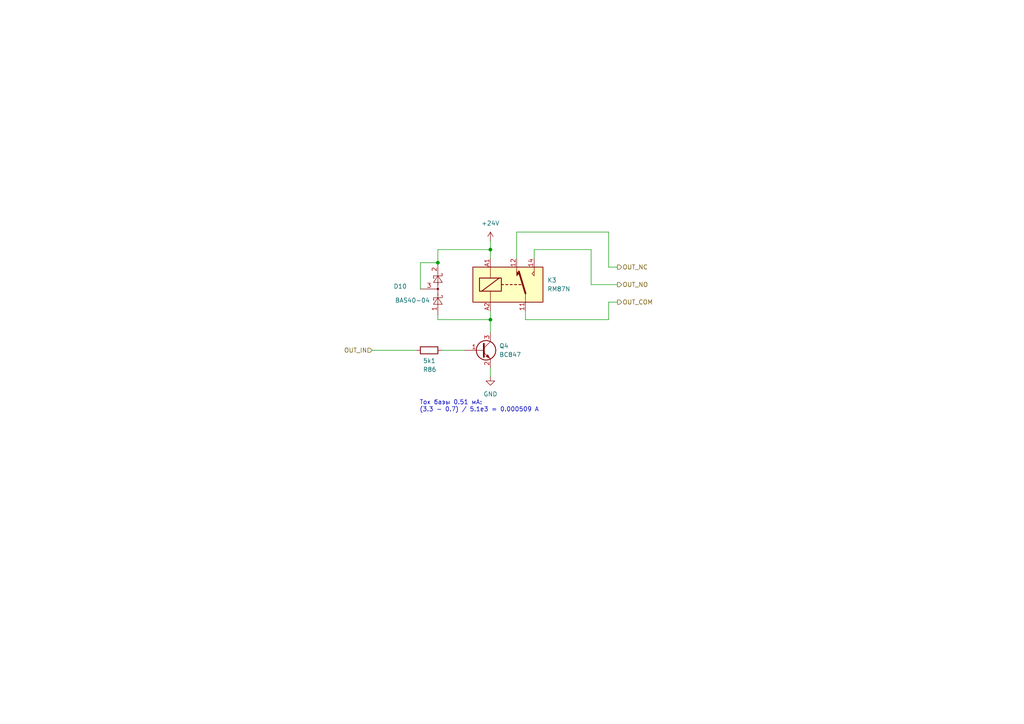
<source format=kicad_sch>
(kicad_sch (version 20231120) (generator "eeschema") (generator_version "8.0")
  (paper "A4")
  (title_block (title "Цифровой выход"))
  (lib_symbols
    (symbol "Device:R" (pin_numbers hide) (pin_names (offset 0))
      (property "Reference" "R" (at 2.032 0 90))
      (property "Value" "R" (at 0 0 90))
      (symbol "R_0_1"
        (rectangle (start -1.016 -2.54) (end 1.016 2.54) (stroke (width 0.254)))
      )
      (symbol "R_1_1"
        (pin passive line (at 0 3.81 270) (length 1.27) (name "~") (number "1"))
        (pin passive line (at 0 -3.81 90) (length 1.27) (name "~") (number "2"))
      )
    )
    (symbol "Diode:BAS40-04" (pin_names (offset 1.016))
      (property "Reference" "D" (at 0.635 -1.27 0))
      (property "Value" "BAS40-04" (at -6.35 5.715 0))
      (symbol "BAS40-04_0_1"
        (polyline (pts (xy -3.81 2.54) (xy -1.27 2.54)))
        (polyline (pts (xy -3.175 1.27) (xy -3.175 1.524)))
        (polyline (pts (xy -2.54 1.27) (xy -3.175 1.27)))
        (polyline (pts (xy -2.54 1.27) (xy -2.54 3.81)))
        (polyline (pts (xy -2.54 3.81) (xy -1.905 3.81)))
        (polyline (pts (xy -1.905 2.54) (xy 1.905 2.54)))
        (polyline (pts (xy -1.905 3.81) (xy -1.905 3.556)))
        (polyline (pts (xy 1.27 2.54) (xy 3.81 2.54)))
        (polyline (pts (xy 3.175 1.27) (xy 3.175 1.524)))
        (polyline (pts (xy 3.81 1.27) (xy 3.175 1.27)))
        (polyline (pts (xy 3.81 1.27) (xy 3.81 3.81)))
        (polyline (pts (xy 3.81 3.81) (xy 4.445 3.81)))
        (polyline (pts (xy 4.445 3.81) (xy 4.445 3.556)))
        (polyline (pts (xy -4.445 3.81) (xy -4.445 1.27) (xy -2.54 2.54) (xy -4.445 3.81)))
        (polyline (pts (xy 1.905 3.81) (xy 1.905 1.27) (xy 3.81 2.54) (xy 1.905 3.81)))
        (circle (center 0 2.54) (radius 0.254) (fill (type outline)))
      )
      (symbol "BAS40-04_1_1"
        (pin passive line (at -7.62 2.54 0) (length 3.81) (name "~") (number "1"))
        (pin passive line (at 7.62 2.54 180) (length 3.81) (name "~") (number "2"))
        (pin passive line (at 0 -2.54 90) (length 5.08) (name "~") (number "3"))
      )
    )
    (symbol "Relay:G2RL-1"
      (property "Reference" "K" (at 11.43 3.81 0))
      (property "Value" "G2RL-1" (at 11.43 1.27 0))
      (symbol "G2RL-1_0_0"
        (polyline (pts (xy 7.62 5.08) (xy 7.62 2.54) (xy 6.985 3.175) (xy 7.62 3.81)))
      )
      (symbol "G2RL-1_0_1"
        (rectangle (start -10.16 5.08) (end 10.16 -5.08) (stroke (width 0.254)) (fill (type background)))
        (rectangle (start -8.255 1.905) (end -1.905 -1.905) (stroke (width 0.254)))
        (polyline (pts (xy -7.62 -1.905) (xy -2.54 1.905)) (stroke (width 0.254)))
        (polyline (pts (xy -5.08 -5.08) (xy -5.08 -1.905)))
        (polyline (pts (xy -5.08 5.08) (xy -5.08 1.905)))
        (polyline (pts (xy -1.905 0) (xy -1.27 0)) (stroke (width 0.254)))
        (polyline (pts (xy -0.635 0) (xy 0 0)) (stroke (width 0.254)))
        (polyline (pts (xy 0.635 0) (xy 1.27 0)) (stroke (width 0.254)))
        (polyline (pts (xy 1.905 0) (xy 2.54 0)) (stroke (width 0.254)))
        (polyline (pts (xy 3.175 0) (xy 3.81 0)) (stroke (width 0.254)))
        (polyline (pts (xy 5.08 -2.54) (xy 3.175 3.81)) (stroke (width 0.508)))
        (polyline (pts (xy 5.08 -2.54) (xy 5.08 -5.08)))
        (polyline (pts (xy 2.54 5.08) (xy 2.54 2.54) (xy 3.175 3.175) (xy 2.54 3.81)) (fill (type outline)))
      )
      (symbol "G2RL-1_1_1"
        (pin passive line (at 5.08 -7.62 90) (length 2.54) (name "~") (number "11"))
        (pin passive line (at 2.54 7.62 270) (length 2.54) (name "~") (number "12"))
        (pin passive line (at 7.62 7.62 270) (length 2.54) (name "~") (number "14"))
        (pin passive line (at -5.08 7.62 270) (length 2.54) (name "~") (number "A1"))
        (pin passive line (at -5.08 -7.62 90) (length 2.54) (name "~") (number "A2"))
      )
    )
    (symbol "Transistor_BJT:BC847" (pin_names (offset 0) hide)
      (property "Reference" "Q" (at 5.08 1.905 0))
      (property "Value" "BC847" (at 5.08 0 0))
      (symbol "BC847_0_1"
        (polyline (pts (xy 0.635 0.635) (xy 2.54 2.54)))
        (polyline (pts (xy 0.635 -0.635) (xy 2.54 -2.54) (xy 2.54 -2.54)))
        (polyline (pts (xy 0.635 1.905) (xy 0.635 -1.905) (xy 0.635 -1.905)) (stroke (width 0.508)))
        (polyline (pts (xy 1.27 -1.778) (xy 1.778 -1.27) (xy 2.286 -2.286) (xy 1.27 -1.778) (xy 1.27 -1.778)) (fill (type outline)))
        (circle (center 1.27 0) (radius 2.8194) (stroke (width 0.254)))
      )
      (symbol "BC847_1_1"
        (pin input line (at -5.08 0 0) (length 5.715) (name "B") (number "1"))
        (pin passive line (at 2.54 -5.08 90) (length 2.54) (name "E") (number "2"))
        (pin passive line (at 2.54 5.08 270) (length 2.54) (name "C") (number "3"))
      )
    )
    (symbol "power:+24V" (power) (pin_numbers hide) (pin_names (offset 0) hide)
      (property "Value" "+24V" (at 0 3.556 0))
      (symbol "+24V_0_1"
        (polyline (pts (xy -0.762 1.27) (xy 0 2.54)))
        (polyline (pts (xy 0 0) (xy 0 2.54)))
        (polyline (pts (xy 0 2.54) (xy 0.762 1.27)))
      )
      (symbol "+24V_1_1"
        (pin power_in line (at 0 0 90) (length 0) (name "~") (number "1"))
      )
    )
    (symbol "power:GND" (power) (pin_numbers hide) (pin_names (offset 0) hide)
      (property "Value" "GND" (at 0 -3.81 0))
      (symbol "GND_0_1"
        (polyline (pts (xy 0 0) (xy 0 -1.27) (xy 1.27 -1.27) (xy 0 -2.54) (xy -1.27 -1.27) (xy 0 -1.27)))
      )
      (symbol "GND_1_1"
        (pin power_in line (at 0 0 270) (length 0) (name "~") (number "1"))
      )
    )
  )
  (junction (at 127 76.2))
  (junction (at 142.24 92.71))
  (junction (at 142.24 72.39))
  (wire (pts (xy 127 91.44) (xy 127 92.71)))
  (wire (pts (xy 176.53 67.31) (xy 149.86 67.31)))
  (wire (pts (xy 142.24 106.68) (xy 142.24 109.22)))
  (wire (pts (xy 121.92 76.2) (xy 127 76.2)))
  (wire (pts (xy 142.24 92.71) (xy 142.24 96.52)))
  (wire (pts (xy 176.53 92.71) (xy 176.53 87.63)))
  (wire (pts (xy 179.07 77.47) (xy 176.53 77.47)))
  (wire (pts (xy 176.53 67.31) (xy 176.53 77.47)))
  (wire (pts (xy 142.24 69.85) (xy 142.24 72.39)))
  (wire (pts (xy 127 92.71) (xy 142.24 92.71)))
  (wire (pts (xy 154.94 72.39) (xy 171.45 72.39)))
  (wire (pts (xy 107.95 101.6) (xy 120.65 101.6)))
  (wire (pts (xy 127 72.39) (xy 127 76.2)))
  (wire (pts (xy 127 72.39) (xy 142.24 72.39)))
  (wire (pts (xy 171.45 82.55) (xy 179.07 82.55)))
  (wire (pts (xy 176.53 87.63) (xy 179.07 87.63)))
  (wire (pts (xy 154.94 74.93) (xy 154.94 72.39)))
  (wire (pts (xy 142.24 90.17) (xy 142.24 92.71)))
  (wire (pts (xy 152.4 92.71) (xy 176.53 92.71)))
  (wire (pts (xy 128.27 101.6) (xy 134.62 101.6)))
  (wire (pts (xy 152.4 90.17) (xy 152.4 92.71)))
  (wire (pts (xy 149.86 67.31) (xy 149.86 74.93)))
  (wire (pts (xy 142.24 72.39) (xy 142.24 74.93)))
  (wire (pts (xy 121.92 83.82) (xy 121.92 76.2)))
  (wire (pts (xy 171.45 72.39) (xy 171.45 82.55)))
  (text "Ток базы 0.51 мА:\n(3.3 - 0.7) / 5.1e3 = 0.000509 A" (at 121.666 117.856 0) (effects (font (size 1.27 1.27)) (justify left)))
  (hierarchical_label "OUT_NO" (shape output) (at 179.07 82.55 0))
  (hierarchical_label "OUT_COM" (shape output) (at 179.07 87.63 0))
  (hierarchical_label "OUT_NC" (shape output) (at 179.07 77.47 0))
  (hierarchical_label "OUT_IN" (shape input) (at 107.95 101.6 180))
  (symbol (lib_id "Diode:BAS40-04") (at 124.46 83.82 270) (mirror x) (unit 1)
    (property "Reference" "D10" (at 116.078 83.058 90))
    (property "Value" "BAS40-04" (at 119.634 87.122 90))
    (property "Footprint" "Package_TO_SOT_SMD:SOT-23" (effects (hide yes)))
    (property "Datasheet" "http://www.vishay.com/docs/85701/bas40v.pdf" (effects (hide yes)))
    (property "Description" "40V 0.2A Dual Small Signal Schottky Diodes" (effects (hide yes)))
    (instances (project "main" (path "" (reference "D10") (unit 1)) (path "" (reference "D9") (unit 1))))
  )
  (symbol (lib_id "power:GND") (at 142.24 109.22 0) (unit 1)
    (property "Reference" "#PWR0106" (effects (hide yes)))
    (property "Value" "GND" (at 142.24 114.3 0))
    (property "Description" "Power symbol creates a global label with name \"GND\" , ground" (effects (hide yes)))
    (instances (project "main" (path "" (reference "#PWR0106") (unit 1)) (path "" (reference "#PWR0104") (unit 1))))
  )
  (symbol (lib_id "Relay:G2RL-1") (at 147.32 82.55 0) (unit 1)
    (property "Reference" "K3" (at 158.75 81.2799 0) (effects (justify left)))
    (property "Value" "RM87N" (at 158.75 83.8199 0) (effects (justify left)))
    (property "Footprint" "Relay_THT:Relay_SPDT_Omron_G2RL-1" (effects (hide yes)))
    (property "Datasheet" "https://www.platan.ru/cgi-bin/qwery.pl/id=2010072595" (effects (hide yes)))
    (property "Description" "RM87N-2011-25-1024, G2RL-1 compatible" (effects (hide yes)))
    (instances (project "main" (path "" (reference "K3") (unit 1)) (path "" (reference "K2") (unit 1))))
  )
  (symbol (lib_id "Device:R") (at 124.46 101.6 90) (unit 1)
    (property "Reference" "R86" (at 122.682 107.188 90) (effects (justify right)))
    (property "Value" "5k1" (at 122.682 104.648 90) (effects (justify right)))
    (property "Footprint" "Resistor_SMD:R_0805_2012Metric" (effects (hide yes)))
    (property "Description" "Resistor" (effects (hide yes)))
    (instances (project "main" (path "" (reference "R86") (unit 1)) (path "" (reference "R85") (unit 1))))
  )
  (symbol (lib_id "power:+24V") (at 142.24 69.85 0) (unit 1)
    (property "Reference" "#PWR0105" (effects (hide yes)))
    (property "Value" "+24V" (at 142.24 64.77 0))
    (property "Description" "Power symbol creates a global label with name \"+24V\"" (effects (hide yes)))
    (instances (project "main" (path "" (reference "#PWR0105") (unit 1)) (path "" (reference "#PWR0103") (unit 1))))
  )
  (symbol (lib_id "Transistor_BJT:BC847") (at 139.7 101.6 0) (unit 1)
    (property "Reference" "Q4" (at 144.78 100.3299 0) (effects (justify left)))
    (property "Value" "BC847" (at 144.78 102.8699 0) (effects (justify left)))
    (property "Footprint" "Package_TO_SOT_SMD:SOT-23" (effects (hide yes)))
    (property "Datasheet" "http://www.infineon.com/dgdl/Infineon-BC847SERIES_BC848SERIES_BC849SERIES_BC850SERIES-DS-v01_01-en.pdf?fileId=db3a304314dca389011541d4630a1657" (effects (hide yes)))
    (property "Description" "0.1A Ic, 45V Vce, NPN Transistor, SOT-23" (effects (hide yes)))
    (instances (project "main" (path "" (reference "Q4") (unit 1)) (path "" (reference "Q3") (unit 1))))
  )
)
</source>
